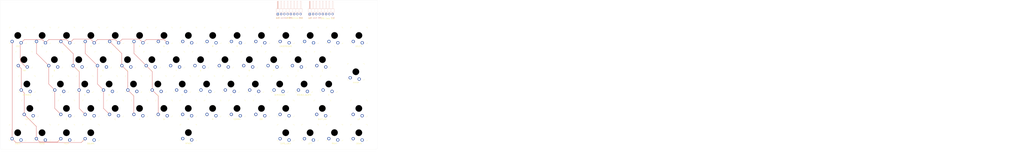
<source format=kicad_pcb>
(kicad_pcb (version 20241229) (generator "pcbnew") (generator_version "9.0")
  (layers (0 "F.Cu" signal) (2 "B.Cu" signal) (13 "F.Paste" user) (15 "B.Paste" user) (5 "F.SilkS" user "F.Silkscreen") (7 "B.SilkS" user "B.Silkscreen") (1 "F.Mask" user) (3 "B.Mask" user) (25 "Edge.Cuts" user))
  (net 0 "")
  (net 1 "COL4")
  (net 2 "COL5")
  (net 3 "COL1")
  (net 4 "COL7")
  (net 5 "COL2")
  (net 6 "COL6")
  (net 7 "COL0")
  (net 8 "COL3")
  (net 9 "ROW4")
  (net 10 "ROW6")
  (net 11 "ROW5")
  (net 12 "ROW7")
  (net 13 "ROW1")
  (net 14 "ROW0")
  (net 15 "ROW3")
  (net 16 "ROW2")
  (footprint "Clueless_Engineer:SW_Gateron_LowProfile_THT" (layer "F.Cu") (at 179.8634 97.3336)
    (property "Reference" "SW32" (hide yes))
    (property "Value" "Y" (at 0 8.5 0) (layer "F.SilkS"))
    (pad "" np_thru_hole circle (at 0 0 180) (size 5.25 5.25) (drill 5.25) (layers "*.Mask"))
    (pad "1" thru_hole circle (at -4.4 4.7 180) (size 2.5 2.5) (drill 1.5) (layers "*.Cu" "B.Mask") (net 4 "COL7"))
    (pad "2" thru_hole circle (at 2.6 5.75 180) (size 2.5 2.5) (drill 1.5) (layers "*.Cu" "B.Mask") (net 15 "ROW3"))
  )
  (footprint "Clueless_Engineer:SW_Gateron_LowProfile_THT" (layer "F.Cu") (at 141.7634 97.3336)
    (property "Reference" "SW30" (hide yes))
    (property "Value" "R" (at 0 8.5 0) (layer "F.SilkS"))
    (pad "" np_thru_hole circle (at 0 0 180) (size 5.25 5.25) (drill 5.25) (layers "*.Mask"))
    (pad "1" thru_hole circle (at -4.4 4.7 180) (size 2.5 2.5) (drill 1.5) (layers "*.Cu" "B.Mask") (net 2 "COL5"))
    (pad "2" thru_hole circle (at 2.6 5.75 180) (size 2.5 2.5) (drill 1.5) (layers "*.Cu" "B.Mask") (net 15 "ROW3"))
  )
  (footprint "Clueless_Engineer:SW_Gateron_LowProfile_THT" (layer "F.Cu") (at 132.1897 78.3649)
    (property "Reference" "SW22" (hide yes))
    (property "Value" "4" (at 0 8.5 0) (layer "F.SilkS"))
    (pad "" np_thru_hole circle (at 0 0 180) (size 5.25 5.25) (drill 5.25) (layers "*.Mask"))
    (pad "1" thru_hole circle (at -4.4 4.7 180) (size 2.5 2.5) (drill 1.5) (layers "*.Cu" "B.Mask") (net 2 "COL5"))
    (pad "2" thru_hole circle (at 2.6 5.75 180) (size 2.5 2.5) (drill 1.5) (layers "*.Cu" "B.Mask") (net 16 "ROW2"))
  )
  (footprint "Clueless_Engineer:SW_Gateron_LowProfile_THT" (layer "F.Cu") (at 146.4568 116.4698)
    (property "Reference" "SW38" (hide yes))
    (property "Value" "F" (at 0 8.5 0) (layer "F.SilkS"))
    (pad "" np_thru_hole circle (at 0 0 180) (size 5.25 5.25) (drill 5.25) (layers "*.Mask"))
    (pad "1" thru_hole circle (at -4.4 4.7 180) (size 2.5 2.5) (drill 1.5) (layers "*.Cu" "B.Mask") (net 2 "COL5"))
    (pad "2" thru_hole circle (at 2.6 5.75 180) (size 2.5 2.5) (drill 1.5) (layers "*.Cu" "B.Mask") (net 9 "ROW4"))
  )
  (footprint "Clueless_Engineer:SW_Gateron_LowProfile_THT" (layer "F.Cu") (at 246.4897 78.3649)
    (property "Reference" "SW59" (hide yes))
    (property "Value" "0" (at 0 8.5 0) (layer "F.SilkS"))
    (pad "" np_thru_hole circle (at 0 0 180) (size 5.25 5.25) (drill 5.25) (layers "*.Mask"))
    (pad "1" thru_hole circle (at -4.4 4.7 180) (size 2.5 2.5) (drill 1.5) (layers "*.Cu" "B.Mask") (net 5 "COL2"))
    (pad "2" thru_hole circle (at 2.6 5.75 180) (size 2.5 2.5) (drill 1.5) (layers "*.Cu" "B.Mask") (net 12 "ROW7"))
  )
  (footprint "Clueless_Engineer:SW_Gateron_LowProfile_THT" (layer "F.Cu") (at 322.6897 78.3649)
    (property "Reference" "SW8" (hide yes))
    (property "Value" "DELETE" (at 0 8.5 0) (layer "F.SilkS"))
    (pad "" np_thru_hole circle (at 0 0 180) (size 5.25 5.25) (drill 5.25) (layers "*.Mask"))
    (pad "1" thru_hole circle (at -4.4 4.7 180) (size 2.5 2.5) (drill 1.5) (layers "*.Cu" "B.Mask") (net 4 "COL7"))
    (pad "2" thru_hole circle (at 2.6 5.75 180) (size 2.5 2.5) (drill 1.5) (layers "*.Cu" "B.Mask") (net 14 "ROW0"))
  )
  (footprint "Clueless_Engineer:SW_Gateron_LowProfile_THT" (layer "F.Cu") (at 189.3544 154.5358)
    (property "Reference" "SW11" (hide yes))
    (property "Value" "SPACE" (at 0 8.5 0) (layer "F.SilkS"))
    (pad "" np_thru_hole circle (at 0 0 180) (size 5.25 5.25) (drill 5.25) (layers "*.Mask"))
    (pad "1" thru_hole circle (at -4.4 4.7 180) (size 2.5 2.5) (drill 1.5) (layers "*.Cu" "B.Mask") (net 5 "COL2"))
    (pad "2" thru_hole circle (at 2.6 5.75 180) (size 2.5 2.5) (drill 1.5) (layers "*.Cu" "B.Mask") (net 13 "ROW1"))
  )
  (footprint "Clueless_Engineer:SW_Gateron_LowProfile_THT" (layer "F.Cu") (at 160.8134 97.3336)
    (property "Reference" "SW31" (hide yes))
    (property "Value" "T" (at 0 8.5 0) (layer "F.SilkS"))
    (pad "" np_thru_hole circle (at 0 0 180) (size 5.25 5.25) (drill 5.25) (layers "*.Mask"))
    (pad "1" thru_hole circle (at -4.4 4.7 180) (size 2.5 2.5) (drill 1.5) (layers "*.Cu" "B.Mask") (net 6 "COL6"))
    (pad "2" thru_hole circle (at 2.6 5.75 180) (size 2.5 2.5) (drill 1.5) (layers "*.Cu" "B.Mask") (net 15 "ROW3"))
  )
  (footprint "Clueless_Engineer:SW_Gateron_LowProfile_THT" (layer "F.Cu") (at 113.0679 135.5794)
    (property "Reference" "SW44" (hide yes))
    (property "Value" "X" (at 0 8.5 0) (layer "F.SilkS"))
    (pad "" np_thru_hole circle (at 0 0 180) (size 5.25 5.25) (drill 5.25) (layers "*.Mask"))
    (pad "1" thru_hole circle (at -4.4 4.7 180) (size 2.5 2.5) (drill 1.5) (layers "*.Cu" "B.Mask") (net 8 "COL3"))
    (pad "2" thru_hole circle (at 2.6 5.75 180) (size 2.5 2.5) (drill 1.5) (layers "*.Cu" "B.Mask") (net 11 "ROW5"))
  )
  (footprint "Clueless_Engineer:SW_Gateron_LowProfile_THT" (layer "F.Cu") (at 113.0679 154.6294)
    (property "Reference" "SW9" (hide yes))
    (property "Value" "SQUARE" (at 0 8.5 0) (layer "F.SilkS"))
    (pad "" np_thru_hole circle (at 0 0 180) (size 5.25 5.25) (drill 5.25) (layers "*.Mask"))
    (pad "1" thru_hole circle (at -4.4 4.7 180) (size 2.5 2.5) (drill 1.5) (layers "*.Cu" "B.Mask") (net 7 "COL0"))
    (pad "2" thru_hole circle (at 2.6 5.75 180) (size 2.5 2.5) (drill 1.5) (layers "*.Cu" "B.Mask") (net 13 "ROW1"))
  )
  (footprint "Clueless_Engineer:SW_Gateron_LowProfile_THT" (layer "F.Cu") (at 75.0397 78.3649)
    (property "Reference" "SW19" (hide yes))
    (property "Value" "1" (at 0 8.5 0) (layer "F.SilkS"))
    (pad "" np_thru_hole circle (at 0 0 180) (size 5.25 5.25) (drill 5.25) (layers "*.Mask"))
    (pad "1" thru_hole circle (at -4.4 4.7 180) (size 2.5 2.5) (drill 1.5) (layers "*.Cu" "B.Mask") (net 5 "COL2"))
    (pad "2" thru_hole circle (at 2.6 5.75 180) (size 2.5 2.5) (drill 1.5) (layers "*.Cu" "B.Mask") (net 16 "ROW2"))
  )
  (footprint "Clueless_Engineer:SW_Gateron_LowProfile_THT" (layer "F.Cu") (at 55.9179 154.6294)
    (property "Reference" "SW25" (hide yes))
    (property "Value" "INDEX" (at 0 8.5 0) (layer "F.SilkS"))
    (pad "" np_thru_hole circle (at 0 0 180) (size 5.25 5.25) (drill 5.25) (layers "*.Mask"))
    (pad "1" thru_hole circle (at -4.4 4.7 180) (size 2.5 2.5) (drill 1.5) (layers "*.Cu" "B.Mask") (net 7 "COL0"))
    (pad "2" thru_hole circle (at 2.6 5.75 180) (size 2.5 2.5) (drill 1.5) (layers "*.Cu" "B.Mask") (net 15 "ROW3"))
  )
  (footprint "Clueless_Engineer:SW_Gateron_LowProfile_THT" (layer "F.Cu") (at 151.2397 78.3649)
    (property "Reference" "SW23" (hide yes))
    (property "Value" "5" (at 0 8.5 0) (layer "F.SilkS"))
    (pad "" np_thru_hole circle (at 0 0 180) (size 5.25 5.25) (drill 5.25) (layers "*.Mask"))
    (pad "1" thru_hole circle (at -4.4 4.7 180) (size 2.5 2.5) (drill 1.5) (layers "*.Cu" "B.Mask") (net 6 "COL6"))
    (pad "2" thru_hole circle (at 2.6 5.75 180) (size 2.5 2.5) (drill 1.5) (layers "*.Cu" "B.Mask") (net 16 "ROW2"))
  )
  (footprint "Clueless_Engineer:SW_Gateron_LowProfile_THT" (layer "F.Cu") (at 63.1003 116.4698)
    (property "Reference" "SW26" (hide yes))
    (property "Value" "DIAMOND" (at 0 8.5 0) (layer "F.SilkS"))
    (pad "" np_thru_hole circle (at 0 0 180) (size 5.25 5.25) (drill 5.25) (layers "*.Mask"))
    (pad "1" thru_hole circle (at -4.4 4.7 180) (size 2.5 2.5) (drill 1.5) (layers "*.Cu" "B.Mask") (net 3 "COL1"))
    (pad "2" thru_hole circle (at 2.6 5.75 180) (size 2.5 2.5) (drill 1.5) (layers "*.Cu" "B.Mask") (net 15 "ROW3"))
  )
  (footprint "Clueless_Engineer:SW_Gateron_LowProfile_THT" (layer "F.Cu") (at 322.6179 135.5794)
    (property "Reference" "SW15" (hide yes))
    (property "Value" "UP" (at 0 8.5 0) (layer "F.SilkS"))
    (pad "" np_thru_hole circle (at 0 0 180) (size 5.25 5.25) (drill 5.25) (layers "*.Mask"))
    (pad "1" thru_hole circle (at -4.4 4.7 180) (size 2.5 2.5) (drill 1.5) (layers "*.Cu" "B.Mask") (net 6 "COL6"))
    (pad "2" thru_hole circle (at 2.6 5.75 180) (size 2.5 2.5) (drill 1.5) (layers "*.Cu" "B.Mask") (net 13 "ROW1"))
  )
  (footprint "Clueless_Engineer:SW_Gateron_LowProfile_THT" (layer "F.Cu") (at 299.0819 116.4698)
    (property "Reference" "SW57" (hide yes))
    (property "Value" "£" (at 0 8.5 0) (layer "F.SilkS"))
    (pad "" np_thru_hole circle (at 0 0 180) (size 5.25 5.25) (drill 5.25) (layers "*.Mask"))
    (pad "1" thru_hole circle (at -4.4 4.7 180) (size 2.5 2.5) (drill 1.5) (layers "*.Cu" "B.Mask") (net 7 "COL0"))
    (pad "2" thru_hole circle (at 2.6 5.75 180) (size 2.5 2.5) (drill 1.5) (layers "*.Cu" "B.Mask") (net 12 "ROW7"))
  )
  (footprint "Clueless_Engineer:SW_Gateron_LowProfile_THT" (layer "F.Cu") (at 294.1634 97.3336)
    (property "Reference" "SW4" (hide yes))
    (property "Value" "]" (at 0 8.5 0) (layer "F.SilkS"))
    (pad "" np_thru_hole circle (at 0 0 180) (size 5.25 5.25) (drill 5.25) (layers "*.Mask"))
    (pad "1" thru_hole circle (at -4.4 4.7 180) (size 2.5 2.5) (drill 1.5) (layers "*.Cu" "B.Mask") (net 8 "COL3"))
    (pad "2" thru_hole circle (at 2.6 5.75 180) (size 2.5 2.5) (drill 1.5) (layers "*.Cu" "B.Mask") (net 14 "ROW0"))
  )
  (footprint "Clueless_Engineer:SW_Gateron_LowProfile_THT" (layer "F.Cu") (at 170.2179 135.5794)
    (property "Reference" "SW47" (hide yes))
    (property "Value" "B" (at 0 8.5 0) (layer "F.SilkS"))
    (pad "" np_thru_hole circle (at 0 0 180) (size 5.25 5.25) (drill 5.25) (layers "*.Mask"))
    (pad "1" thru_hole circle (at -4.4 4.7 180) (size 2.5 2.5) (drill 1.5) (layers "*.Cu" "B.Mask") (net 6 "COL6"))
    (pad "2" thru_hole circle (at 2.6 5.75 180) (size 2.5 2.5) (drill 1.5) (layers "*.Cu" "B.Mask") (net 11 "ROW5"))
  )
  (footprint "Clueless_Engineer:SW_Gateron_LowProfile_THT" (layer "F.Cu") (at 284.5179 154.6294)
    (property "Reference" "SW12" (hide yes))
    (property "Value" "LEFT" (at 0 8.5 0) (layer "F.SilkS"))
    (pad "" np_thru_hole circle (at 0 0 180) (size 5.25 5.25) (drill 5.25) (layers "*.Mask"))
    (pad "1" thru_hole circle (at -4.4 4.7 180) (size 2.5 2.5) (drill 1.5) (layers "*.Cu" "B.Mask") (net 8 "COL3"))
    (pad "2" thru_hole circle (at 2.6 5.75 180) (size 2.5 2.5) (drill 1.5) (layers "*.Cu" "B.Mask") (net 13 "ROW1"))
  )
  (footprint "Clueless_Engineer:SW_Gateron_LowProfile_THT" (layer "F.Cu") (at 279.8232 116.4698)
    (property "Reference" "SW58" (hide yes))
    (property "Value" "DOUBLE_QUOTE" (at 0 8.5 0) (layer "F.SilkS"))
    (pad "" np_thru_hole circle (at 0 0 180) (size 5.25 5.25) (drill 5.25) (layers "*.Mask"))
    (pad "1" thru_hole circle (at -4.4 4.7 180) (size 2.5 2.5) (drill 1.5) (layers "*.Cu" "B.Mask") (net 3 "COL1"))
    (pad "2" thru_hole circle (at 2.6 5.75 180) (size 2.5 2.5) (drill 1.5) (layers "*.Cu" "B.Mask") (net 12 "ROW7"))
  )
  (footprint "Clueless_Engineer:SW_Gateron_LowProfile_THT" (layer "F.Cu") (at 265.5397 78.3649)
    (property "Reference" "SW5" (hide yes))
    (property "Value" "UNDERSCORE" (at 0 8.5 0) (layer "F.SilkS"))
    (pad "" np_thru_hole circle (at 0 0 180) (size 5.25 5.25) (drill 5.25) (layers "*.Mask"))
    (pad "1" thru_hole circle (at -4.4 4.7 180) (size 2.5 2.5) (drill 1.5) (layers "*.Cu" "B.Mask") (net 1 "COL4"))
    (pad "2" thru_hole circle (at 2.6 5.75 180) (size 2.5 2.5) (drill 1.5) (layers "*.Cu" "B.Mask") (net 14 "ROW0"))
  )
  (footprint "Clueless_Engineer:SW_Gateron_LowProfile_THT" (layer "F.Cu") (at 208.3179 135.5794)
    (property "Reference" "SW52" (hide yes))
    (property "Value" "M" (at 0 8.5 0) (layer "F.SilkS"))
    (pad "" np_thru_hole circle (at 0 0 180) (size 5.25 5.25) (drill 5.25) (layers "*.Mask"))
    (pad "1" thru_hole circle (at -4.4 4.7 180) (size 2.5 2.5) (drill 1.5) (layers "*.Cu" "B.Mask") (net 8 "COL3"))
    (pad "2" thru_hole circle (at 2.6 5.75 180) (size 2.5 2.5) (drill 1.5) (layers "*.Cu" "B.Mask") (net 10 "ROW6"))
  )
  (footprint "Clueless_Engineer:SW_Gateron_LowProfile_THT" (layer "F.Cu") (at 265.4679 135.5794)
    (property "Reference" "SW49" (hide yes))
    (property "Value" "/" (at 0 8.5 0) (layer "F.SilkS"))
    (pad "" np_thru_hole circle (at 0 0 180) (size 5.25 5.25) (drill 5.25) (layers "*.Mask"))
    (pad "1" thru_hole circle (at -4.4 4.7 180) (size 2.5 2.5) (drill 1.5) (layers "*.Cu" "B.Mask") (net 7 "COL0"))
    (pad "2" thru_hole circle (at 2.6 5.75 180) (size 2.5 2.5) (drill 1.5) (layers "*.Cu" "B.Mask") (net 10 "ROW6"))
  )
  (footprint "Clueless_Engineer:SW_Gateron_LowProfile_THT" (layer "F.Cu") (at 303.5679 154.5645)
    (property "Reference" "SW13" (hide yes))
    (property "Value" "RIGHT" (at 0 8.5 0) (layer "F.SilkS"))
    (pad "" np_thru_hole circle (at 0 0 180) (size 5.25 5.25) (drill 5.25) (layers "*.Mask"))
    (pad "1" thru_hole circle (at -4.4 4.7 180) (size 2.5 2.5) (drill 1.5) (layers "*.Cu" "B.Mask") (net 1 "COL4"))
    (pad "2" thru_hole circle (at 2.6 5.75 180) (size 2.5 2.5) (drill 1.5) (layers "*.Cu" "B.Mask") (net 13 "ROW1"))
  )
  (footprint "Clueless_Engineer:SW_Gateron_LowProfile_THT" (layer "F.Cu") (at 260.7568 116.4698)
    (property "Reference" "SW50" (hide yes))
    (property "Value" "SEMICOLON" (at 0 8.5 0) (layer "F.SilkS"))
    (pad "" np_thru_hole circle (at 0 0 180) (size 5.25 5.25) (drill 5.25) (layers "*.Mask"))
    (pad "1" thru_hole circle (at -4.4 4.7 180) (size 2.5 2.5) (drill 1.5) (layers "*.Cu" "B.Mask") (net 3 "COL1"))
    (pad "2" thru_hole circle (at 2.6 5.75 180) (size 2.5 2.5) (drill 1.5) (layers "*.Cu" "B.Mask") (net 10 "ROW6"))
  )
  (footprint "Clueless_Engineer:SW_Gateron_LowProfile_THT" (layer "F.Cu") (at 113.1397 78.3649)
    (property "Reference" "SW21" (hide yes))
    (property "Value" "3" (at 0 8.5 0) (layer "F.SilkS"))
    (pad "" np_thru_hole circle (at 0 0 180) (size 5.25 5.25) (drill 5.25) (layers "*.Mask"))
    (pad "1" thru_hole circle (at -4.4 4.7 180) (size 2.5 2.5) (drill 1.5) (layers "*.Cu" "B.Mask") (net 1 "COL4"))
    (pad "2" thru_hole circle (at 2.6 5.75 180) (size 2.5 2.5) (drill 1.5) (layers "*.Cu" "B.Mask") (net 16 "ROW2"))
  )
  (footprint "Clueless_Engineer:SW_Gateron_LowProfile_THT" (layer "F.Cu") (at 208.3897 78.3649)
    (property "Reference" "SW64" (hide yes))
    (property "Value" "8" (at 0 8.5 0) (layer "F.SilkS"))
    (pad "" np_thru_hole circle (at 0 0 180) (size 5.25 5.25) (drill 5.25) (layers "*.Mask"))
    (pad "1" thru_hole circle (at -4.4 4.7 180) (size 2.5 2.5) (drill 1.5) (layers "*.Cu" "B.Mask") (net 4 "COL7"))
    (pad "2" thru_hole circle (at 2.6 5.75 180) (size 2.5 2.5) (drill 1.5) (layers "*.Cu" "B.Mask") (net 12 "ROW7"))
  )
  (footprint "Clueless_Engineer:SW_Gateron_LowProfile_THT" (layer "F.Cu") (at 227.3679 135.5794)
    (property "Reference" "SW42" (hide yes))
    (property "Value" "COMMA" (at 0 8.5 0) (layer "F.SilkS"))
    (pad "" np_thru_hole circle (at 0 0 180) (size 5.25 5.25) (drill 5.25) (layers "*.Mask"))
    (pad "1" thru_hole circle (at -4.4 4.7 180) (size 2.5 2.5) (drill 1.5) (layers "*.Cu" "B.Mask") (net 3 "COL1"))
    (pad "2" thru_hole circle (at 2.6 5.75 180) (size 2.5 2.5) (drill 1.5) (layers "*.Cu" "B.Mask") (net 11 "ROW5"))
  )
  (footprint "Clueless_Engineer:SW_Gateron_LowProfile_THT" (layer "F.Cu") (at 256.0634 97.3336)
    (property "Reference" "SW60" (hide yes))
    (property "Value" "P" (at 0 8.5 0) (layer "F.SilkS"))
    (pad "" np_thru_hole circle (at 0 0 180) (size 5.25 5.25) (drill 5.25) (layers "*.Mask"))
    (pad "1" thru_hole circle (at -4.4 4.7 180) (size 2.5 2.5) (drill 1.5) (layers "*.Cu" "B.Mask") (net 8 "COL3"))
    (pad "2" thru_hole circle (at 2.6 5.75 180) (size 2.5 2.5) (drill 1.5) (layers "*.Cu" "B.Mask") (net 12 "ROW7"))
  )
  (footprint "Clueless_Engineer:SW_Gateron_LowProfile_THT" (layer "F.Cu") (at 84.6134 97.3336)
    (property "Reference" "SW27" (hide yes))
    (property "Value" "Q" (at 0 8.5 0) (layer "F.SilkS"))
    (pad "" np_thru_hole circle (at 0 0 180) (size 5.25 5.25) (drill 5.25) (layers "*.Mask"))
    (pad "1" thru_hole circle (at -4.4 4.7 180) (size 2.5 2.5) (drill 1.5) (layers "*.Cu" "B.Mask") (net 5 "COL2"))
    (pad "2" thru_hole circle (at 2.6 5.75 180) (size 2.5 2.5) (drill 1.5) (layers "*.Cu" "B.Mask") (net 15 "ROW3"))
  )
  (footprint "Clueless_Engineer:SW_Gateron_LowProfile_THT" (layer "F.Cu") (at 55.9897 78.3649)
    (property "Reference" "SW17" (hide yes))
    (property "Value" "ESC" (at 0 8.5 0) (layer "F.SilkS"))
    (pad "" np_thru_hole circle (at 0 0 180) (size 5.25 5.25) (drill 5.25) (layers "*.Mask"))
    (pad "1" thru_hole circle (at -4.4 4.7 180) (size 2.5 2.5) (drill 1.5) (layers "*.Cu" "B.Mask") (net 7 "COL0"))
    (pad "2" thru_hole circle (at 2.6 5.75 180) (size 2.5 2.5) (drill 1.5) (layers "*.Cu" "B.Mask") (net 16 "ROW2"))
  )
  (footprint "Clueless_Engineer:SW_Gateron_LowProfile_THT" (layer "F.Cu") (at 294.0487 135.5794)
    (property "Reference" "SW1" (hide yes))
    (property "Value" "SHIFT_RH" (at 0 8.5 0) (layer "F.SilkS"))
    (pad "" np_thru_hole circle (at 0 0 180) (size 5.25 5.25) (drill 5.25) (layers "*.Mask"))
    (pad "1" thru_hole circle (at -4.4 4.7 180) (size 2.5 2.5) (drill 1.5) (layers "*.Cu" "B.Mask") (net 7 "COL0"))
    (pad "2" thru_hole circle (at 2.6 5.75 180) (size 2.5 2.5) (drill 1.5) (layers "*.Cu" "B.Mask") (net 14 "ROW0"))
  )
  (footprint "Clueless_Engineer:SW_Gateron_LowProfile_THT" (layer "F.Cu") (at 217.9634 97.3336)
    (property "Reference" "SW63" (hide yes))
    (property "Value" "I" (at 0 8.5 0) (layer "F.SilkS"))
    (pad "" np_thru_hole circle (at 0 0 180) (size 5.25 5.25) (drill 5.25) (layers "*.Mask"))
    (pad "1" thru_hole circle (at -4.4 4.7 180) (size 2.5 2.5) (drill 1.5) (layers "*.Cu" "B.Mask") (net 6 "COL6"))
    (pad "2" thru_hole circle (at 2.6 5.75 180) (size 2.5 2.5) (drill 1.5) (layers "*.Cu" "B.Mask") (net 12 "ROW7"))
  )
  (footprint "Clueless_Engineer:SW_Gateron_LowProfile_THT" (layer "F.Cu") (at 170.2897 78.3649)
    (property "Reference" "SW24" (hide yes))
    (property "Value" "6" (at 0 8.5 0) (layer "F.SilkS"))
    (pad "" np_thru_hole circle (at 0 0 180) (size 5.25 5.25) (drill 5.25) (layers "*.Mask"))
    (pad "1" thru_hole circle (at -4.4 4.7 180) (size 2.5 2.5) (drill 1.5) (layers "*.Cu" "B.Mask") (net 4 "COL7"))
    (pad "2" thru_hole circle (at 2.6 5.75 180) (size 2.5 2.5) (drill 1.5) (layers "*.Cu" "B.Mask") (net 16 "ROW2"))
  )
  (footprint "Clueless_Engineer:SW_Gateron_LowProfile_THT" (layer "F.Cu") (at 189.3397 78.3649)
    (property "Reference" "SW56" (hide yes))
    (property "Value" "7" (at 0 8.5 0) (layer "F.SilkS"))
    (pad "" np_thru_hole circle (at 0 0 180) (size 5.25 5.25) (drill 5.25) (layers "*.Mask"))
    (pad "1" thru_hole circle (at -4.4 4.7 180) (size 2.5 2.5) (drill 1.5) (layers "*.Cu" "B.Mask") (net 4 "COL7"))
    (pad "2" thru_hole circle (at 2.6 5.75 180) (size 2.5 2.5) (drill 1.5) (layers "*.Cu" "B.Mask") (net 10 "ROW6"))
  )
  (footprint "Clueless_Engineer:SW_Gateron_LowProfile_THT" (layer "F.Cu") (at 241.7068 116.4698)
    (property "Reference" "SW51" (hide yes))
    (property "Value" "L" (at 0 8.5 0) (layer "F.SilkS"))
    (pad "" np_thru_hole circle (at 0 0 180) (size 5.25 5.25) (drill 5.25) (layers "*.Mask"))
    (pad "1" thru_hole circle (at -4.4 4.7 180) (size 2.5 2.5) (drill 1.5) (layers "*.Cu" "B.Mask") (net 5 "COL2"))
    (pad "2" thru_hole circle (at 2.6 5.75 180) (size 2.5 2.5) (drill 1.5) (layers "*.Cu" "B.Mask") (net 10 "ROW6"))
  )
  (footprint "Clueless_Engineer:SW_Gateron_LowProfile_THT" (layer "F.Cu") (at 227.4397 78.3649)
    (property "Reference" "SW61" (hide yes))
    (property "Value" "9" (at 0 8.5 0) (layer "F.SilkS"))
    (pad "" np_thru_hole circle (at 0 0 180) (size 5.25 5.25) (drill 5.25) (layers "*.Mask"))
    (pad "1" thru_hole circle (at -4.4 4.7 180) (size 2.5 2.5) (drill 1.5) (layers "*.Cu" "B.Mask") (net 1 "COL4"))
    (pad "2" thru_hole circle (at 2.6 5.75 180) (size 2.5 2.5) (drill 1.5) (layers "*.Cu" "B.Mask") (net 12 "ROW7"))
  )
  (footprint "Clueless_Engineer:SW_Gateron_LowProfile_THT" (layer "F.Cu") (at 246.4819 135.5794)
    (property "Reference" "SW41" (hide yes))
    (property "Value" "DOT" (at 0 8.5 0) (layer "F.SilkS"))
    (pad "" np_thru_hole circle (at 0 0 180) (size 5.25 5.25) (drill 5.25) (layers "*.Mask"))
    (pad "1" thru_hole circle (at -4.4 4.7 180) (size 2.5 2.5) (drill 1.5) (layers "*.Cu" "B.Mask") (net 7 "COL0"))
    (pad "2" thru_hole circle (at 2.6 5.75 180) (size 2.5 2.5) (drill 1.5) (layers "*.Cu" "B.Mask") (net 11 "ROW5"))
  )
  (footprint "Clueless_Engineer:SW_Gateron_LowProfile_THT" (layer "F.Cu") (at 237.0134 97.3336)
    (property "Reference" "SW62" (hide yes))
    (property "Value" "O" (at 0 8.5 0) (layer "F.SilkS"))
    (pad "" np_thru_hole circle (at 0 0 180) (size 5.25 5.25) (drill 5.25) (layers "*.Mask"))
    (pad "1" thru_hole circle (at -4.4 4.7 180) (size 2.5 2.5) (drill 1.5) (layers "*.Cu" "B.Mask") (net 2 "COL5"))
    (pad "2" thru_hole circle (at 2.6 5.75 180) (size 2.5 2.5) (drill 1.5) (layers "*.Cu" "B.Mask") (net 12 "ROW7"))
  )
  (footprint "Clueless_Engineer:SW_Gateron_LowProfile_THT" (layer "F.Cu") (at 165.5068 116.4698)
    (property "Reference" "SW39" (hide yes))
    (property "Value" "G" (at 0 8.5 0) (layer "F.SilkS"))
    (pad "" np_thru_hole circle (at 0 0 180) (size 5.25 5.25) (drill 5.25) (layers "*.Mask"))
    (pad "1" thru_hole circle (at -4.4 4.7 180) (size 2.5 2.5) (drill 1.5) (layers "*.Cu" "B.Mask") (net 6 "COL6"))
    (pad "2" thru_hole circle (at 2.6 5.75 180) (size 2.5 2.5) (drill 1.5) (layers "*.Cu" "B.Mask") (net 9 "ROW4"))
  )
  (footprint "Clueless_Engineer:SW_Gateron_LowProfile_THT" (layer "F.Cu") (at 122.7134 97.3336)
    (property "Reference" "SW29" (hide yes))
    (property "Value" "E" (at 0 8.5 0) (layer "F.SilkS"))
    (pad "" np_thru_hole circle (at 0 0 180) (size 5.25 5.25) (drill 5.25) (layers "*.Mask"))
    (pad "1" thru_hole circle (at -4.4 4.7 180) (size 2.5 2.5) (drill 1.5) (layers "*.Cu" "B.Mask") (net 1 "COL4"))
    (pad "2" thru_hole circle (at 2.6 5.75 180) (size 2.5 2.5) (drill 1.5) (layers "*.Cu" "B.Mask") (net 15 "ROW3"))
  )
  (footprint "Clueless_Engineer:SW_Gateron_LowProfile_THT" (layer "F.Cu") (at 60.8166 97.3336)
    (property "Reference" "SW18" (hide yes))
    (property "Value" "TAB" (at 0 8.5 0) (layer "F.SilkS"))
    (pad "" np_thru_hole circle (at 0 0 180) (size 5.25 5.25) (drill 5.25) (layers "*.Mask"))
    (pad "1" thru_hole circle (at -4.4 4.7 180) (size 2.5 2.5) (drill 1.5) (layers "*.Cu" "B.Mask") (net 3 "COL1"))
    (pad "2" thru_hole circle (at 2.6 5.75 180) (size 2.5 2.5) (drill 1.5) (layers "*.Cu" "B.Mask") (net 16 "ROW2"))
  )
  (footprint "Clueless_Engineer:SW_Gateron_LowProfile_THT" (layer "F.Cu") (at 320.2804 106.8448)
    (property "Reference" "SW16" (hide yes))
    (property "Value" "ENTER" (at 0 8.5 0) (layer "F.SilkS"))
    (pad "" np_thru_hole circle (at 0 0 180) (size 5.25 5.25) (drill 5.25) (layers "*.Mask"))
    (pad "1" thru_hole circle (at -4.4 4.7 180) (size 2.5 2.5) (drill 1.5) (layers "*.Cu" "B.Mask") (net 4 "COL7"))
    (pad "2" thru_hole circle (at 2.6 5.75 180) (size 2.5 2.5) (drill 1.5) (layers "*.Cu" "B.Mask") (net 13 "ROW1"))
  )
  (footprint "Clueless_Engineer:SW_Gateron_LowProfile_THT" (layer "F.Cu") (at 184.5568 116.4698)
    (property "Reference" "SW40" (hide yes))
    (property "Value" "H" (at 0 8.5 0) (layer "F.SilkS"))
    (pad "" np_thru_hole circle (at 0 0 180) (size 5.25 5.25) (drill 5.25) (layers "*.Mask"))
    (pad "1" thru_hole circle (at -4.4 4.7 180) (size 2.5 2.5) (drill 1.5) (layers "*.Cu" "B.Mask") (net 4 "COL7"))
    (pad "2" thru_hole circle (at 2.6 5.75 180) (size 2.5 2.5) (drill 1.5) (layers "*.Cu" "B.Mask") (net 9 "ROW4"))
  )
  (footprint "Clueless_Engineer:SW_Gateron_LowProfile_THT" (layer "F.Cu") (at 74.9632 154.6294)
    (property "Reference" "SW34" (hide yes))
    (property "Value" "MENU" (at 0 8.5 0) (layer "F.SilkS"))
    (pad "" np_thru_hole circle (at 0 0 180) (size 5.25 5.25) (drill 5.25) (layers "*.Mask"))
    (pad "1" thru_hole circle (at -4.4 4.7 180) (size 2.5 2.5) (drill 1.5) (layers "*.Cu" "B.Mask") (net 3 "COL1"))
    (pad "2" thru_hole circle (at 2.6 5.75 180) (size 2.5 2.5) (drill 1.5) (layers "*.Cu" "B.Mask") (net 9 "ROW4"))
  )
  (footprint "Clueless_Engineer:SW_Gateron_LowProfile_THT" (layer "F.Cu") (at 303.6397 78.3649)
    (property "Reference" "SW7" (hide yes))
    (property "Value" "\\" (at 0 8.5 0) (layer "F.SilkS"))
    (pad "" np_thru_hole circle (at 0 0 180) (size 5.25 5.25) (drill 5.25) (layers "*.Mask"))
    (pad "1" thru_hole circle (at -4.4 4.7 180) (size 2.5 2.5) (drill 1.5) (layers "*.Cu" "B.Mask") (net 6 "COL6"))
    (pad "2" thru_hole circle (at 2.6 5.75 180) (size 2.5 2.5) (drill 1.5) (layers "*.Cu" "B.Mask") (net 14 "ROW0"))
  )
  (footprint "Clueless_Engineer:SW_Gateron_LowProfile_THT" (layer "F.Cu") (at 265.4679 154.6294)
    (property "Reference" "SW33" (hide yes))
    (property "Value" "CAPS_LOCK" (at 0 8.5 0) (layer "F.SilkS"))
    (pad "" np_thru_hole circle (at 0 0 180) (size 5.25 5.25) (drill 5.25) (layers "*.Mask"))
    (pad "1" thru_hole circle (at -4.4 4.7 180) (size 2.5 2.5) (drill 1.5) (layers "*.Cu" "B.Mask") (net 7 "COL0"))
    (pad "2" thru_hole circle (at 2.6 5.75 180) (size 2.5 2.5) (drill 1.5) (layers "*.Cu" "B.Mask") (net 9 "ROW4"))
  )
  (footprint "Clueless_Engineer:SW_Gateron_LowProfile_THT" (layer "F.Cu") (at 89.3068 116.4698)
    (property "Reference" "SW35" (hide yes))
    (property "Value" "A" (at 0 8.5 0) (layer "F.SilkS"))
    (pad "" np_thru_hole circle (at 0 0 180) (size 5.25 5.25) (drill 5.25) (layers "*.Mask"))
    (pad "1" thru_hole circle (at -4.4 4.7 180) (size 2.5 2.5) (drill 1.5) (layers "*.Cu" "B.Mask") (net 5 "COL2"))
    (pad "2" thru_hole circle (at 2.6 5.75 180) (size 2.5 2.5) (drill 1.5) (layers "*.Cu" "B.Mask") (net 9 "ROW4"))
  )
  (footprint "Clueless_Engineer:SW_Gateron_LowProfile_THT" (layer "F.Cu") (at 203.6068 116.4698)
    (property "Reference" "SW54" (hide yes))
    (property "Value" "J" (at 0 8.5 0) (layer "F.SilkS"))
    (pad "" np_thru_hole circle (at 0 0 180) (size 5.25 5.25) (drill 5.25) (layers "*.Mask"))
    (pad "1" thru_hole circle (at -4.4 4.7 180) (size 2.5 2.5) (drill 1.5) (layers "*.Cu" "B.Mask") (net 2 "COL5"))
    (pad "2" thru_hole circle (at 2.6 5.75 180) (size 2.5 2.5) (drill 1.5) (layers "*.Cu" "B.Mask") (net 10 "ROW6"))
  )
  (footprint "Clueless_Engineer:SW_Gateron_LowProfile_THT" (layer "F.Cu") (at 94.0897 78.3649)
    (property "Reference" "SW20" (hide yes))
    (property "Value" "2" (at 0 8.5 0) (layer "F.SilkS"))
    (pad "" np_thru_hole circle (at 0 0 180) (size 5.25 5.25) (drill 5.25) (layers "*.Mask"))
    (pad "1" thru_hole circle (at -4.4 4.7 180) (size 2.5 2.5) (drill 1.5) (layers "*.Cu" "B.Mask") (net 8 "COL3"))
    (pad "2" thru_hole circle (at 2.6 5.75 180) (size 2.5 2.5) (drill 1.5) (layers "*.Cu" "B.Mask") (net 16 "ROW2"))
  )
  (footprint "Clueless_Engineer:SW_Gateron_LowProfile_THT" (layer "F.Cu") (at 94.0179 154.6294)
    (property "Reference" "SW2" (hide yes))
    (property "Value" "HELP" (at 0 8.5 0) (layer "F.SilkS"))
    (pad "" np_thru_hole circle (at 0 0 180) (size 5.25 5.25) (drill 5.25) (layers "*.Mask"))
    (pad "1" thru_hole circle (at -4.4 4.7 180) (size 2.5 2.5) (drill 1.5) (layers "*.Cu" "B.Mask") (net 3 "COL1"))
    (pad "2" thru_hole circle (at 2.6 5.75 180) (size 2.5 2.5) (drill 1.5) (layers "*.Cu" "B.Mask") (net 14 "ROW0"))
  )
  (footprint "Clueless_Engineer:SW_Gateron_LowProfile_THT" (layer "F.Cu") (at 222.6568 116.4698)
    (property "Reference" "SW53" (hide yes))
    (property "Value" "K" (at 0 8.5 0) (layer "F.SilkS"))
    (pad "" np_thru_hole circle (at 0 0 180) (size 5.25 5.25) (drill 5.25) (layers "*.Mask"))
    (pad "1" thru_hole circle (at -4.4 4.7 180) (size 2.5 2.5) (drill 1.5) (layers "*.Cu" "B.Mask") (net 1 "COL4"))
    (pad "2" thru_hole circle (at 2.6 5.75 180) (size 2.5 2.5) (drill 1.5) (layers "*.Cu" "B.Mask") (net 10 "ROW6"))
  )
  (footprint "Clueless_Engineer:SW_Gateron_LowProfile_THT" (layer "F.Cu") (at 103.6634 97.3336)
    (property "Reference" "SW28" (hide yes))
    (property "Value" "W" (at 0 8.5 0) (layer "F.SilkS"))
    (pad "" np_thru_hole circle (at 0 0 180) (size 5.25 5.25) (drill 5.25) (layers "*.Mask"))
    (pad "1" thru_hole circle (at -4.4 4.7 180) (size 2.5 2.5) (drill 1.5) (layers "*.Cu" "B.Mask") (net 8 "COL3"))
    (pad "2" thru_hole circle (at 2.6 5.75 180) (size 2.5 2.5) (drill 1.5) (layers "*.Cu" "B.Mask") (net 15 "ROW3"))
  )
  (footprint "Clueless_Engineer:SW_Gateron_LowProfile_THT" (layer "F.Cu") (at 94.0179 135.5794)
    (property "Reference" "SW43" (hide yes))
    (property "Value" "Z" (at 0 8.5 0) (layer "F.SilkS"))
    (pad "" np_thru_hole circle (at 0 0 180) (size 5.25 5.25) (drill 5.25) (layers "*.Mask"))
    (pad "1" thru_hole circle (at -4.4 4.7 180) (size 2.5 2.5) (drill 1.5) (layers "*.Cu" "B.Mask") (net 5 "COL2"))
    (pad "2" thru_hole circle (at 2.6 5.75 180) (size 2.5 2.5) (drill 1.5) (layers "*.Cu" "B.Mask") (net 11 "ROW5"))
  )
  (footprint "Clueless_Engineer:SW_Gateron_LowProfile_THT" (layer "F.Cu") (at 284.5897 78.3649)
    (property "Reference" "SW6" (hide yes))
    (property "Value" "=" (at 0 8.5 0) (layer "F.SilkS"))
    (pad "" np_thru_hole circle (at 0 0 180) (size 5.25 5.25) (drill 5.25) (layers "*.Mask"))
    (pad "1" thru_hole circle (at -4.4 4.7 180) (size 2.5 2.5) (drill 1.5) (layers "*.Cu" "B.Mask") (net 2 "COL5"))
    (pad "2" thru_hole circle (at 2.6 5.75 180) (size 2.5 2.5) (drill 1.5) (layers "*.Cu" "B.Mask") (net 14 "ROW0"))
  )
  (footprint "Clueless_Engineer:SW_Gateron_LowProfile_THT" (layer "F.Cu") (at 65.4409 135.5794)
    (property "Reference" "SW10" (hide yes))
    (property "Value" "SHIFT_LH" (at 0 8.5 0) (layer "F.SilkS"))
    (pad "" np_thru_hole circle (at 0 0 180) (size 5.25 5.25) (drill 5.25) (layers "*.Mask"))
    (pad "1" thru_hole circle (at -4.4 4.7 180) (size 2.5 2.5) (drill 1.5) (layers "*.Cu" "B.Mask") (net 3 "COL1"))
    (pad "2" thru_hole circle (at 2.6 5.75 180) (size 2.5 2.5) (drill 1.5) (layers "*.Cu" "B.Mask") (net 13 "ROW1"))
  )
  (footprint "Clueless_Engineer:SW_Gateron_LowProfile_THT" (layer "F.Cu") (at 198.9134 97.3336)
    (property "Reference" "SW55" (hide yes))
    (property "Value" "U" (at 0 8.5 0) (layer "F.SilkS"))
    (pad "" np_thru_hole circle (at 0 0 180) (size 5.25 5.25) (drill 5.25) (layers "*.Mask"))
    (pad "1" thru_hole circle (at -4.4 4.7 180) (size 2.5 2.5) (drill 1.5) (layers "*.Cu" "B.Mask") (net 6 "COL6"))
    (pad "2" thru_hole circle (at 2.6 5.75 180) (size 2.5 2.5) (drill 1.5) (layers "*.Cu" "B.Mask") (net 10 "ROW6"))
  )
  (footprint "Clueless_Engineer:SW_Gateron_LowProfile_THT" (layer "F.Cu") (at 189.2679 135.5794)
    (property "Reference" "SW48" (hide yes))
    (property "Value" "N" (at 0 8.5 0) (layer "F.SilkS"))
    (pad "" np_thru_hole circle (at 0 0 180) (size 5.25 5.25) (drill 5.25) (layers "*.Mask"))
    (pad "1" thru_hole circle (at -4.4 4.7 180) (size 2.5 2.5) (drill 1.5) (layers "*.Cu" "B.Mask") (net 4 "COL7"))
    (pad "2" thru_hole circle (at 2.6 5.75 180) (size 2.5 2.5) (drill 1.5) (layers "*.Cu" "B.Mask") (net 11 "ROW5"))
  )
  (footprint "Clueless_Engineer:SW_Gateron_LowProfile_THT" (layer "F.Cu") (at 151.1679 135.5794)
    (property "Reference" "SW46" (hide yes))
    (property "Value" "V" (at 0 8.5 0) (layer "F.SilkS"))
    (pad "" np_thru_hole circle (at 0 0 180) (size 5.25 5.25) (drill 5.25) (layers "*.Mask"))
    (pad "1" thru_hole circle (at -4.4 4.7 180) (size 2.5 2.5) (drill 1.5) (layers "*.Cu" "B.Mask") (net 2 "COL5"))
    (pad "2" thru_hole circle (at 2.6 5.75 180) (size 2.5 2.5) (drill 1.5) (layers "*.Cu" "B.Mask") (net 11 "ROW5"))
  )
  (footprint "Clueless_Engineer:SW_Gateron_LowProfile_THT" (layer "F.Cu") (at 127.4068 116.4698)
    (property "Reference" "SW37" (hide yes))
    (property "Value" "D" (at 0 8.5 0) (layer "F.SilkS"))
    (pad "" np_thru_hole circle (at 0 0 180) (size 5.25 5.25) (drill 5.25) (layers "*.Mask"))
    (pad "1" thru_hole circle (at -4.4 4.7 180) (size 2.5 2.5) (drill 1.5) (layers "*.Cu" "B.Mask") (net 1 "COL4"))
    (pad "2" thru_hole circle (at 2.6 5.75 180) (size 2.5 2.5) (drill 1.5) (layers "*.Cu" "B.Mask") (net 9 "ROW4"))
  )
  (footprint "Clueless_Engineer:SW_Gateron_LowProfile_THT" (layer "F.Cu") (at 275.1134 97.3336)
    (property "Reference" "SW3" (hide yes))
    (property "Value" "[" (at 0 8.5 0) (layer "F.SilkS"))
    (pad "" np_thru_hole circle (at 0 0 180) (size 5.25 5.25) (drill 5.25) (layers "*.Mask"))
    (pad "1" thru_hole circle (at -4.4 4.7 180) (size 2.5 2.5) (drill 1.5) (layers "*.Cu" "B.Mask") (net 5 "COL2"))
    (pad "2" thru_hole circle (at 2.6 5.75 180) (size 2.5 2.5) (drill 1.5) (layers "*.Cu" "B.Mask") (net 14 "ROW0"))
  )
  (footprint "Clueless_Engineer:SW_Gateron_LowProfile_THT" (layer "F.Cu") (at 132.1179 135.5794)
    (property "Reference" "SW45" (hide yes))
    (property "Value" "C" (at 0 8.5 0) (layer "F.SilkS"))
    (pad "" np_thru_hole circle (at 0 0 180) (size 5.25 5.25) (drill 5.25) (layers "*.Mask"))
    (pad "1" thru_hole circle (at -4.4 4.7 180) (size 2.5 2.5) (drill 1.5) (layers "*.Cu" "B.Mask") (net 1 "COL4"))
    (pad "2" thru_hole circle (at 2.6 5.75 180) (size 2.5 2.5) (drill 1.5) (layers "*.Cu" "B.Mask") (net 11 "ROW5"))
  )
  (footprint "Clueless_Engineer:SW_Gateron_LowProfile_THT" (layer "F.Cu") (at 322.6179 154.6294)
    (property "Reference" "SW14" (hide yes))
    (property "Value" "DOWN" (at 0 8.5 0) (layer "F.SilkS"))
    (pad "" np_thru_hole circle (at 0 0 180) (size 5.25 5.25) (drill 5.25) (layers "*.Mask"))
    (pad "1" thru_hole circle (at -4.4 4.7 180) (size 2.5 2.5) (drill 1.5) (layers "*.Cu" "B.Mask") (net 2 "COL5"))
    (pad "2" thru_hole circle (at 2.6 5.75 180) (size 2.5 2.5) (drill 1.5) (layers "*.Cu" "B.Mask") (net 13 "ROW1"))
  )
  (footprint "Clueless_Engineer:SW_Gateron_LowProfile_THT" (layer "F.Cu") (at 108.3568 116.4698)
    (property "Reference" "SW36" (hide yes))
    (property "Value" "S" (at 0 8.5 0) (layer "F.SilkS"))
    (pad "" np_thru_hole circle (at 0 0 180) (size 5.25 5.25) (drill 5.25) (layers "*.Mask"))
    (pad "1" thru_hole circle (at -4.4 4.7 180) (size 2.5 2.5) (drill 1.5) (layers "*.Cu" "B.Mask") (net 8 "COL3"))
    (pad "2" thru_hole circle (at 2.6 5.75 180) (size 2.5 2.5) (drill 1.5) (layers "*.Cu" "B.Mask") (net 9 "ROW4"))
  )
  (footprint "Connector_PinHeader_2.54mm:PinHeader_1x08_P2.54mm_Horizontal" (layer "B.Cu") (at 302.1179 61.5794 90)
    (property "Reference" "SK7" (at -3 0.22 0) (layer "B.SilkS") (effects (justify mirror)))
    (property "Value" "Z80 Data Bus" (at -3 -13.78 0) (layer "B.SilkS") (effects (justify mirror)))
    (pad "1" thru_hole rect (at 0 -17.78 90) (size 1.7 1.7) (drill 1) (layers "*.Cu" "*.Mask") (net 16 "ROW2"))
    (pad "2" thru_hole oval (at 0 -15.24 90) (size 1.7 1.7) (drill 1) (layers "*.Cu" "*.Mask") (net 15 "ROW3"))
    (pad "3" thru_hole oval (at 0 -12.7 90) (size 1.7 1.7) (drill 1) (layers "*.Cu" "*.Mask") (net 9 "ROW4"))
    (pad "4" thru_hole oval (at 0 -10.16 90) (size 1.7 1.7) (drill 1) (layers "*.Cu" "*.Mask") (net 10 "ROW6"))
    (pad "5" thru_hole oval (at 0 -7.62 90) (size 1.7 1.7) (drill 1) (layers "*.Cu" "*.Mask") (net 14 "ROW0"))
    (pad "6" thru_hole oval (at 0 -5.08 90) (size 1.7 1.7) (drill 1) (layers "*.Cu" "*.Mask") (net 12 "ROW7"))
    (pad "7" thru_hole oval (at 0 -2.54 90) (size 1.7 1.7) (drill 1) (layers "*.Cu" "*.Mask") (net 13 "ROW1"))
    (pad "8" thru_hole oval (at 0 0 90) (size 1.7 1.7) (drill 1) (layers "*.Cu" "*.Mask") (net 11 "ROW5"))
  )
  (footprint "Connector_PinHeader_2.54mm:PinHeader_1x08_P2.54mm_Horizontal" (layer "B.Cu") (at 277.1179 61.5794 90)
    (property "Reference" "SK6" (at -3 0.22 0) (layer "B.SilkS") (effects (justify mirror)))
    (property "Value" "Z80 Address Bus" (at -3 -12.78 0) (layer "B.SilkS") (effects (justify mirror)))
    (pad "1" thru_hole rect (at 0 -17.78 90) (size 1.7 1.7) (drill 1) (layers "*.Cu" "*.Mask") (net 3 "COL1"))
    (pad "2" thru_hole oval (at 0 -15.24 90) (size 1.7 1.7) (drill 1) (layers "*.Cu" "*.Mask") (net 7 "COL0"))
    (pad "3" thru_hole oval (at 0 -12.7 90) (size 1.7 1.7) (drill 1) (layers "*.Cu" "*.Mask") (net 5 "COL2"))
    (pad "4" thru_hole oval (at 0 -10.16 90) (size 1.7 1.7) (drill 1) (layers "*.Cu" "*.Mask") (net 8 "COL3"))
    (pad "5" thru_hole oval (at 0 -7.62 90) (size 1.7 1.7) (drill 1) (layers "*.Cu" "*.Mask") (net 1 "COL4"))
    (pad "6" thru_hole oval (at 0 -5.08 90) (size 1.7 1.7) (drill 1) (layers "*.Cu" "*.Mask") (net 2 "COL5"))
    (pad "7" thru_hole oval (at 0 -2.54 90) (size 1.7 1.7) (drill 1) (layers "*.Cu" "*.Mask") (net 6 "COL6"))
    (pad "8" thru_hole oval (at 0 0 90) (size 1.7 1.7) (drill 1) (layers "*.Cu" "*.Mask") (net 4 "COL7"))
  )
  (gr_line (start 336.117908 167.579354) (end 43.117908 167.579354) (stroke (width 0.05)) (layer "Edge.Cuts"))
  (gr_arc (start 42.117908 51.579354) (mid 42.410818 50.87228) (end 43.117908 50.579354) (stroke (width 0.05)) (layer "Edge.Cuts"))
  (gr_arc (start 43.117908 167.579354) (mid 42.410801 167.286461) (end 42.117908 166.579354) (stroke (width 0.05)) (layer "Edge.Cuts"))
  (gr_line (start 43.117908 50.579354) (end 336.117908 50.579354) (stroke (width 0.05)) (layer "Edge.Cuts"))
  (gr_line (start 337.117908 51.579354) (end 337.117908 166.579354) (stroke (width 0.05)) (layer "Edge.Cuts"))
  (gr_arc (start 336.117908 50.579354) (mid 336.825026 50.872247) (end 337.117908 51.579354) (stroke (width 0.05)) (layer "Edge.Cuts"))
  (gr_line (start 42.117908 166.579354) (end 42.117908 51.579354) (stroke (width 0.05)) (layer "Edge.Cuts"))
  (gr_arc (start 337.117908 166.579354) (mid 336.825015 167.286461) (end 336.117908 167.579354) (stroke (width 0.05)) (layer "Edge.Cuts"))
  (gr_text "SK6       Z80 Address Bus" (at 257.691367 65.257437 0) (layer "F.SilkS") (effects (font (size 1 1)) (justify left bottom)))
  (gr_text "SK7         Z80 Data Bus" (at 283.117908 65.579354 0) (layer "F.SilkS") (effects (font (size 1 1)) (justify left bottom)))
  (segment (start 118.3134 116.4764) (end 123.0068 121.1698) (width 0.2) (layer "F.Cu") (net 1))
  (segment (start 108.7397 83.0649) (end 108.7397 92.4599) (width 0.2) (layer "F.Cu") (net 1))
  (segment (start 123.0068 121.1698) (end 123.0068 135.5683) (width 0.2) (layer "F.Cu") (net 1))
  (segment (start 108.7397 92.4599) (end 118.3134 102.0336) (width 0.2) (layer "F.Cu") (net 1))
  (segment (start 123.0068 135.5683) (end 127.7179 140.2794) (width 0.2) (layer "F.Cu") (net 1))
  (segment (start 118.3134 102.0336) (end 118.3134 116.4764) (width 0.2) (layer "F.Cu") (net 1))
  (segment (start 146.7679 140.2794) (end 146.7679 125.8809) (width 0.2) (layer "F.Cu") (net 2))
  (segment (start 142.0568 106.727) (end 137.3634 102.0336) (width 0.2) (layer "F.Cu") (net 2))
  (segment (start 137.3634 92.6386) (end 127.7897 83.0649) (width 0.2) (layer "F.Cu") (net 2))
  (segment (start 137.3634 102.0336) (end 137.3634 92.6386) (width 0.2) (layer "F.Cu") (net 2))
  (segment (start 146.7679 125.8809) (end 142.0568 121.1698) (width 0.2) (layer "F.Cu") (net 2))
  (segment (start 142.0568 121.1698) (end 142.0568 106.727) (width 0.2) (layer "F.Cu") (net 2))
  (segment (start 70.5632 159.3294) (end 73.1642 161.9304) (width 0.2) (layer "F.Cu") (net 3))
  (segment (start 73.1642 161.9304) (end 87.0169 161.9304) (width 0.2) (layer "F.Cu") (net 3))
  (segment (start 61.0409 140.2794) (end 61.0409 123.5104) (width 0.2) (layer "F.Cu") (net 3))
  (segment (start 61.0409 123.5104) (end 58.7003 121.1698) (width 0.2) (layer "F.Cu") (net 3))
  (segment (start 70.5632 149.8017) (end 61.0409 140.2794) (width 0.2) (layer "F.Cu") (net 3))
  (segment (start 87.0169 161.9304) (end 89.6179 159.3294) (width 0.2) (layer "F.Cu") (net 3))
  (segment (start 58.7003 104.3173) (end 56.4166 102.0336) (width 0.2) (layer "F.Cu") (net 3))
  (segment (start 58.7003 121.1698) (end 58.7003 104.3173) (width 0.2) (layer "F.Cu") (net 3))
  (segment (start 70.5632 159.3294) (end 70.5632 149.8017) (width 0.2) (layer "F.Cu") (net 3))
  (segment (start 80.2134 116.4764) (end 84.9068 121.1698) (width 0.2) (layer "F.Cu") (net 5))
  (segment (start 80.2134 102.0336) (end 80.2134 116.4764) (width 0.2) (layer "F.Cu") (net 5))
  (segment (start 84.9068 135.5683) (end 89.6179 140.2794) (width 0.2) (layer "F.Cu") (net 5))
  (segment (start 84.9068 121.1698) (end 84.9068 135.5683) (width 0.2) (layer "F.Cu") (net 5))
  (segment (start 70.6397 83.0649) (end 70.6397 92.4599) (width 0.2) (layer "F.Cu") (net 5))
  (segment (start 70.6397 92.4599) (end 80.2134 102.0336) (width 0.2) (layer "F.Cu") (net 5))
  (segment (start 161.1068 121.1698) (end 165.8179 125.8809) (width 0.2) (layer "F.Cu") (net 6))
  (segment (start 146.8397 92.4599) (end 156.4134 102.0336) (width 0.2) (layer "F.Cu") (net 6))
  (segment (start 161.1068 106.727) (end 161.1068 121.1698) (width 0.2) (layer "F.Cu") (net 6))
  (segment (start 146.8397 83.0649) (end 146.8397 92.4599) (width 0.2) (layer "F.Cu") (net 6))
  (segment (start 156.4134 102.0336) (end 161.1068 106.727) (width 0.2) (layer "F.Cu") (net 6))
  (segment (start 165.8179 125.8809) (end 165.8179 140.2794) (width 0.2) (layer "F.Cu") (net 6))
  (segment (start 51.5179 159.3294) (end 54.5199 162.3314) (width 0.2) (layer "F.Cu") (net 7))
  (segment (start 51.5897 83.0649) (end 51.5897 152.107562) (width 0.2) (layer "F.Cu") (net 7))
  (segment (start 54.5199 162.3314) (end 105.6659 162.3314) (width 0.2) (layer "F.Cu") (net 7))
  (segment (start 51.5179 152.179362) (end 51.5179 159.3294) (width 0.2) (layer "F.Cu") (net 7))
  (segment (start 51.5897 152.107562) (end 51.5179 152.179362) (width 0.2) (layer "F.Cu") (net 7))
  (segment (start 105.6659 162.3314) (end 108.6679 159.3294) (width 0.2) (layer "F.Cu") (net 7))
  (segment (start 103.9568 106.727) (end 99.2634 102.0336) (width 0.2) (layer "F.Cu") (net 8))
  (segment (start 103.9568 135.5683) (end 103.9568 121.1698) (width 0.2) (layer "F.Cu") (net 8))
  (segment (start 99.2634 92.6386) (end 89.6897 83.0649) (width 0.2) (layer "F.Cu") (net 8))
  (segment (start 99.2634 102.0336) (end 99.2634 92.6386) (width 0.2) (layer "F.Cu") (net 8))
  (segment (start 103.9568 121.1698) (end 103.9568 106.727) (width 0.2) (layer "F.Cu") (net 8))
  (segment (start 108.6679 140.2794) (end 103.9568 135.5683) (width 0.2) (layer "F.Cu") (net 8))
  (segment (start 58.5897 84.1149) (end 61.1907 81.5139) (width 0.2) (layer "F.Cu") (net 16))
  (segment (start 75.0387 81.5139) (end 77.6397 84.1149) (width 0.2) (layer "F.Cu") (net 16))
  (segment (start 57.8406 98.5663) (end 57.8406 84.864) (width 0.2) (layer "F.Cu") (net 16))
  (segment (start 151.0657 81.3409) (end 153.8397 84.1149) (width 0.2) (layer "F.Cu") (net 16))
  (segment (start 57.8406 84.864) (end 58.5897 84.1149) (width 0.2) (layer "F.Cu") (net 16))
  (segment (start 99.4637 81.3409) (end 112.9657 81.3409) (width 0.2) (layer "F.Cu") (net 16))
  (segment (start 115.7397 84.1149) (end 118.3407 81.5139) (width 0.2) (layer "F.Cu") (net 16))
  (segment (start 96.6897 84.1149) (end 99.4637 81.3409) (width 0.2) (layer "F.Cu") (net 16))
  (segment (start 77.6397 84.1149) (end 80.2407 81.5139) (width 0.2) (layer "F.Cu") (net 16))
  (segment (start 112.9657 81.3409) (end 115.7397 84.1149) (width 0.2) (layer "F.Cu") (net 16))
  (segment (start 94.0887 81.5139) (end 96.6897 84.1149) (width 0.2) (layer "F.Cu") (net 16))
  (segment (start 156.4407 81.5139) (end 170.2887 81.5139) (width 0.2) (layer "F.Cu") (net 16))
  (segment (start 137.5637 81.3409) (end 151.0657 81.3409) (width 0.2) (layer "F.Cu") (net 16))
  (segment (start 80.2407 81.5139) (end 94.0887 81.5139) (width 0.2) (layer "F.Cu") (net 16))
  (segment (start 63.4166 103.0836) (end 62.3579 103.0836) (width 0.2) (layer "F.Cu") (net 16))
  (segment (start 118.3407 81.5139) (end 132.1887 81.5139) (width 0.2) (layer "F.Cu") (net 16))
  (segment (start 134.7897 84.1149) (end 137.5637 81.3409) (width 0.2) (layer "F.Cu") (net 16))
  (segment (start 132.1887 81.5139) (end 134.7897 84.1149) (width 0.2) (layer "F.Cu") (net 16))
  (segment (start 61.1907 81.5139) (end 75.0387 81.5139) (width 0.2) (layer "F.Cu") (net 16))
  (segment (start 62.3579 103.0836) (end 57.8406 98.5663) (width 0.2) (layer "F.Cu") (net 16))
  (segment (start 153.8397 84.1149) (end 156.4407 81.5139) (width 0.2) (layer "F.Cu") (net 16))
  (segment (start 170.2887 81.5139) (end 172.8897 84.1149) (width 0.2) (layer "F.Cu") (net 16))
)
</source>
